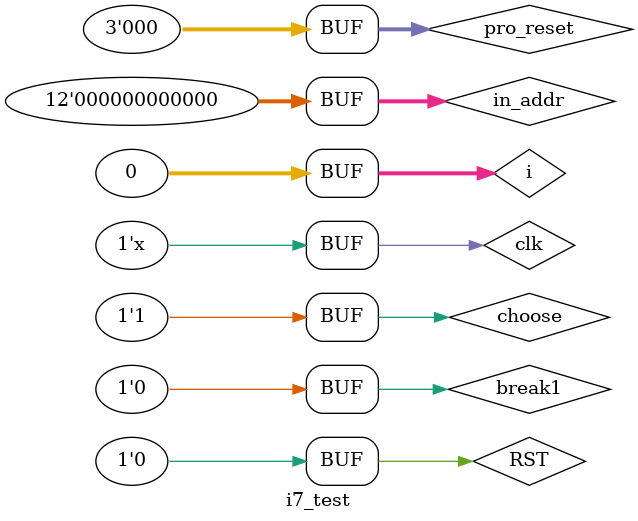
<source format=v>
module i7_test();
	reg clk,RST;
    reg break1, break2, break3;
	reg [2:0]pro_reset;
	reg [11:0]in_addr;
    reg choose;
	wire [7:0]SEG;
    wire [7:0]AN;
    wire halt, interrupt;
    wire IW1, IW2, IW3,  ir1_sig, ir2_sig, ir3_sig;
    integer i = 0;
    initial begin
    	clk <= 0;
    	RST <= 0;
    	pro_reset <= 0;
    	in_addr <= 12'b0;
        choose <= 1;
        break1 <= 0;
        //下为iverilog+gtkwave调试所需的语句
    	$monitor("At time %t, ocnt = %d", $time, clk);
    	$dumpfile("counter_test.vcd");
		$dumpvars(0, i7test);
/*        #1000 break1 <= 1;
        #1001 break1 <= 0;
        #10001 break1 <= 1;
        #10002 break1 <= 0;
        #20002 break1 <= 1;
        #20003 break1 <= 0;*/
/*        #1000 break1 <= 1;
        #1001 break1 <= 0;
        #1001 break2 <= 1;
        #1002 break2 <= 0;
        #1002 break3 <= 1;
        #1003 break3 <= 0;
        #21000 break1 <= 1;
        #21001 break1 <= 0;
        #21001 break2 <= 1;
        #21002 break2 <= 0;
        #21002 break3 <= 1;
        #21003 break3 <= 0;*/
    end
    always begin
        #1 clk = ~clk;
    end
	i7_6700k i7test(clk,RST,pro_reset,in_addr,choose,break1, break2, break3,
        SEG,AN,halt,interrupt ,IW1, IW2, IW3, ir1_sig, ir2_sig, ir3_sig);
endmodule
</source>
